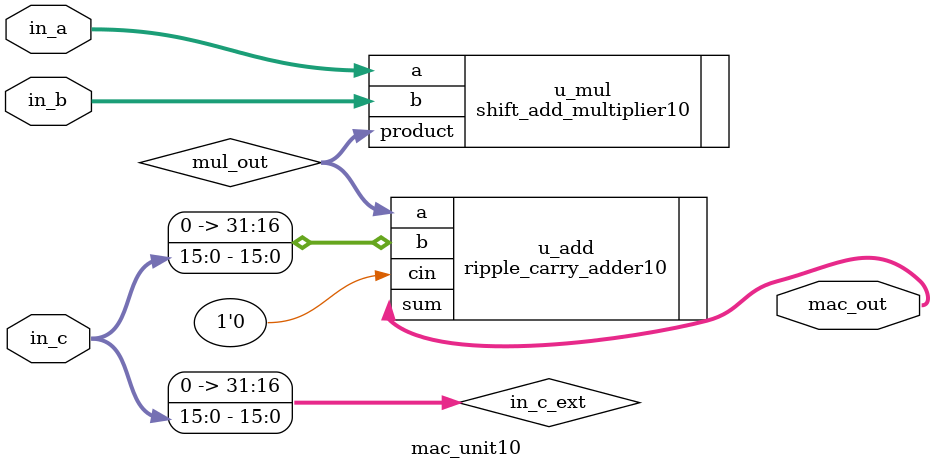
<source format=v>
module mac_unit10(
    input  [15:0] in_a,
    input  [15:0] in_b,
    input  [15:0] in_c,
    output [31:0] mac_out
);
    wire [31:0] mul_out;
    wire [31:0] in_c_ext;

    // Khởi tạo bộ nhân
    shift_add_multiplier10 u_mul (
        .a      (in_a),
        .b      (in_b),
        .product(mul_out)
    );

    // Mở rộng bit cho in_c để phù hợp với phép cộng 32-bit
    assign in_c_ext = {16'b0, in_c};
    // Khởi tạo bộ cộng (sử dụng ripple_carry_adder)
    ripple_carry_adder10 u_add (
        .a   (mul_out),
        .b   (in_c_ext),
        .cin (1'b0),
        .sum (mac_out)
    );
endmodule

</source>
